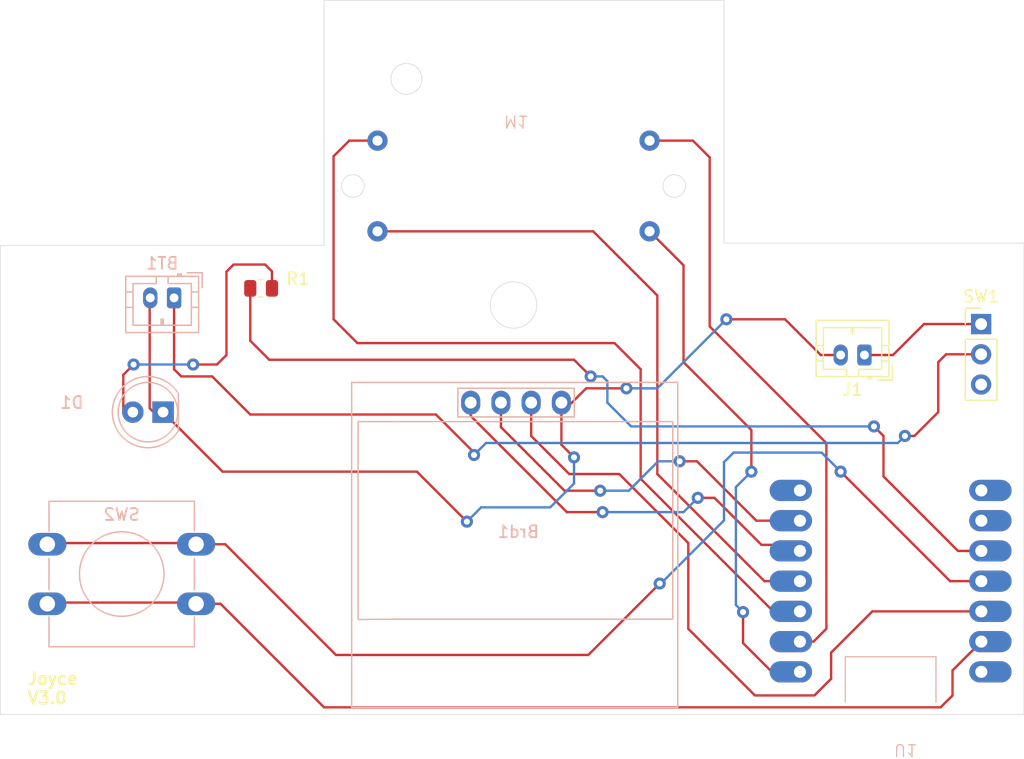
<source format=kicad_pcb>
(kicad_pcb (version 20240108) (generator "pcbnew") (generator_version "8.0")
  (title_block (title "DreamGuard-Display") (date "2025-02-27") (rev "v5") (company "Joyce Chou"))
  (layers (0 "F.Cu" signal) (31 "B.Cu" signal) (34 "B.Paste" user) (35 "F.Paste" user) (36 "B.SilkS" user "B.Silkscreen") (37 "F.SilkS" user "F.Silkscreen") (38 "B.Mask" user) (39 "F.Mask" user) (44 "Edge.Cuts" user))
  (net 0 "")
  (net 1 "Net-(D1-A)")
  (net 2 "GND")
  (net 3 "Net-(M1--)")
  (net 4 "Net-(Brd1-SDA)")
  (net 5 "Net-(BT1-+)")
  (net 6 "VCC")
  (net 7 "Net-(Brd1-SCL)")
  (net 8 "+BATT")
  (net 9 "Net-(U1-GPIO4_A3_D3)")
  (net 10 "Net-(U1-GPIO3_A2_D2)")
  (net 11 "Net-(U1-GPIO1_A0_D0)")
  (net 12 "Net-(U1-GPIO8_A9_D9_CIPO)")
  (net 14 "Net-(U1-GND)")
  (net 15 "Net-(U1-GPIO9_A10_D10_COPI)")
  (footprint "Resistor_SMD:R_0805_2012Metric" (layer "F.Cu") (at 103.9125 89.8)
    (property "Reference" "R1" (at 3.0875 -0.8 0) (layer "F.SilkS"))
    (property "Value" "130")
    (fp_line (start -0.227064 -0.735) (end 0.227064 -0.735) (stroke (width 0.12)) (layer "F.SilkS"))
    (fp_line (start -0.227064 0.735) (end 0.227064 0.735) (stroke (width 0.12)) (layer "F.SilkS"))
    (pad "1" smd roundrect (at -0.9125 0) (size 1.025 1.4) (layers "F.Cu" "F.Paste" "F.Mask") (roundrect_rratio 0.243902) (net 12 "Net-(U1-GPIO8_A9_D9_CIPO)"))
    (pad "2" smd roundrect (at 0.9125 0) (size 1.025 1.4) (layers "F.Cu" "F.Paste" "F.Mask") (roundrect_rratio 0.243902) (net 1 "Net-(D1-A)"))
  )
  (footprint "Connector_PinHeader_2.54mm:PinHeader_1x03_P2.54mm_Vertical" (layer "F.Cu") (at 164.4 92.8)
    (property "Reference" "SW1" (at 0 -2.33 0) (layer "F.SilkS"))
    (property "Value" "SW_SPDT")
    (fp_line (start -1.33 -1.33) (end 0 -1.33) (stroke (width 0.12)) (layer "F.SilkS"))
    (fp_line (start -1.33 0) (end -1.33 -1.33) (stroke (width 0.12)) (layer "F.SilkS"))
    (fp_line (start -1.33 1.27) (end -1.33 6.41) (stroke (width 0.12)) (layer "F.SilkS"))
    (fp_line (start -1.33 1.27) (end 1.33 1.27) (stroke (width 0.12)) (layer "F.SilkS"))
    (fp_line (start -1.33 6.41) (end 1.33 6.41) (stroke (width 0.12)) (layer "F.SilkS"))
    (fp_line (start 1.33 1.27) (end 1.33 6.41) (stroke (width 0.12)) (layer "F.SilkS"))
    (pad "1" thru_hole rect (at 0 0) (size 1.7 1.7) (drill 1) (layers "*.Cu" "*.Mask") (net 8 "+BATT"))
    (pad "2" thru_hole oval (at 0 2.54) (size 1.7 1.7) (drill 1) (layers "*.Cu" "*.Mask") (net 5 "Net-(BT1-+)"))
    (pad "3" thru_hole oval (at 0 5.08) (size 1.7 1.7) (drill 1) (layers "*.Cu" "*.Mask"))
  )
  (footprint "Connector_JST:JST_PH_B2B-PH-K_1x02_P2.00mm_Vertical" (layer "F.Cu") (at 154.6 95.4 180)
    (property "Reference" "J1" (at 1 -2.9 0) (layer "F.SilkS"))
    (property "Value" "Conn_01x02_Pin")
    (fp_line (start 4.06 2.91) (end 4.06 -1.81) (stroke (width 0.12)) (layer "F.SilkS"))
    (fp_line (start 4.06 0.8) (end 3.45 0.8) (stroke (width 0.12)) (layer "F.SilkS"))
    (fp_line (start 4.06 -0.5) (end 3.45 -0.5) (stroke (width 0.12)) (layer "F.SilkS"))
    (fp_line (start 4.06 -1.81) (end -2.06 -1.81) (stroke (width 0.12)) (layer "F.SilkS"))
    (fp_line (start 3.45 2.3) (end 3.45 -1.2) (stroke (width 0.12)) (layer "F.SilkS"))
    (fp_line (start 3.45 -1.2) (end 1.5 -1.2) (stroke (width 0.12)) (layer "F.SilkS"))
    (fp_line (start 1.5 -1.2) (end 1.5 -1.81) (stroke (width 0.12)) (layer "F.SilkS"))
    (fp_line (start 1.1 1.8) (end 1.1 2.3) (stroke (width 0.12)) (layer "F.SilkS"))
    (fp_line (start 1 2.3) (end 1 1.8) (stroke (width 0.12)) (layer "F.SilkS"))
    (fp_line (start 0.9 2.3) (end 0.9 1.8) (stroke (width 0.12)) (layer "F.SilkS"))
    (fp_line (start 0.9 1.8) (end 1.1 1.8) (stroke (width 0.12)) (layer "F.SilkS"))
    (fp_line (start 0.5 -1.2) (end -1.45 -1.2) (stroke (width 0.12)) (layer "F.SilkS"))
    (fp_line (start 0.5 -1.81) (end 0.5 -1.2) (stroke (width 0.12)) (layer "F.SilkS"))
    (fp_line (start -0.3 -1.81) (end -0.3 -2.01) (stroke (width 0.12)) (layer "F.SilkS"))
    (fp_line (start -0.3 -1.91) (end -0.6 -1.91) (stroke (width 0.12)) (layer "F.SilkS"))
    (fp_line (start -0.3 -2.01) (end -0.6 -2.01) (stroke (width 0.12)) (layer "F.SilkS"))
    (fp_line (start -0.6 -2.01) (end -0.6 -1.81) (stroke (width 0.12)) (layer "F.SilkS"))
    (fp_line (start -1.11 -2.11) (end -2.36 -2.11) (stroke (width 0.12)) (layer "F.SilkS"))
    (fp_line (start -1.45 2.3) (end 3.45 2.3) (stroke (width 0.12)) (layer "F.SilkS"))
    (fp_line (start -1.45 -1.2) (end -1.45 2.3) (stroke (width 0.12)) (layer "F.SilkS"))
    (fp_line (start -2.06 2.91) (end 4.06 2.91) (stroke (width 0.12)) (layer "F.SilkS"))
    (fp_line (start -2.06 0.8) (end -1.45 0.8) (stroke (width 0.12)) (layer "F.SilkS"))
    (fp_line (start -2.06 -0.5) (end -1.45 -0.5) (stroke (width 0.12)) (layer "F.SilkS"))
    (fp_line (start -2.06 -1.81) (end -2.06 2.91) (stroke (width 0.12)) (layer "F.SilkS"))
    (fp_line (start -2.36 -2.11) (end -2.36 -0.86) (stroke (width 0.12)) (layer "F.SilkS"))
    (pad "1" thru_hole roundrect (at 0 0 180) (size 1.2 1.75) (drill 0.75) (layers "*.Cu" "*.Mask") (roundrect_rratio 0.208333) (net 8 "+BATT"))
    (pad "2" thru_hole oval (at 2 0 180) (size 1.2 1.75) (drill 0.75) (layers "*.Cu" "*.Mask") (net 2 "GND"))
  )
  (footprint "xiao:XIAO_ESP32_SENSE" (layer "B.Cu") (at 156.8 114.4)
    (property "Reference" "U1" (at 1.27 14.2 180) (layer "B.SilkS") (effects (font (thickness 0.1)) (justify mirror)))
    (property "Value" "~")
    (fp_line (start -3.81 6.35) (end -3.81 10.16) (stroke (width 0.1)) (layer "B.SilkS"))
    (fp_line (start 3.81 6.35) (end -3.81 6.35) (stroke (width 0.1)) (layer "B.SilkS"))
    (fp_line (start 3.81 10.16) (end 3.81 6.35) (stroke (width 0.1)) (layer "B.SilkS"))
    (pad "1" thru_hole oval (at -7.62 7.62) (size 3.556 1.778) (drill 1.016 (offset -0.762 0)) (layers "*.Cu" "*.Mask") (net 11 "Net-(U1-GPIO1_A0_D0)"))
    (pad "2" thru_hole oval (at -7.62 5.08) (size 3.556 1.778) (drill 1.016 (offset -0.762 0)) (layers "*.Cu" "*.Mask") (net 3 "Net-(M1--)"))
    (pad "3" thru_hole oval (at -7.62 2.54) (size 3.556 1.778) (drill 1.016 (offset -0.762 0)) (layers "*.Cu" "*.Mask") (net 10 "Net-(U1-GPIO3_A2_D2)"))
    (pad "4" thru_hole oval (at -7.62 0) (size 3.556 1.778) (drill 1.016 (offset -0.762 0)) (layers "*.Cu" "*.Mask") (net 9 "Net-(U1-GPIO4_A3_D3)"))
    (pad "5" thru_hole oval (at -7.62 -2.54) (size 3.556 1.778) (drill 1.016 (offset -0.762 0)) (layers "*.Cu" "*.Mask") (net 4 "Net-(Brd1-SDA)"))
    (pad "6" thru_hole oval (at -7.62 -5.08) (size 3.556 1.778) (drill 1.016 (offset -0.762 0)) (layers "*.Cu" "*.Mask") (net 7 "Net-(Brd1-SCL)"))
    (pad "7" thru_hole oval (at -7.62 -7.62) (size 3.556 1.778) (drill 1.016 (offset -0.762 0)) (layers "*.Cu" "*.Mask"))
    (pad "8" thru_hole oval (at 7.62 7.62) (size 3.556 1.778) (drill 1.016 (offset 0.762 0)) (layers "*.Cu" "*.Mask"))
    (pad "9" thru_hole oval (at 7.62 5.08) (size 3.556 1.778) (drill 1.016 (offset 0.762 0)) (layers "*.Cu" "*.Mask") (net 14 "Net-(U1-GND)"))
    (pad "10" thru_hole oval (at 7.62 2.54) (size 3.556 1.778) (drill 1.016 (offset 0.762 0)) (layers "*.Cu" "*.Mask") (net 6 "VCC"))
    (pad "11" thru_hole oval (at 7.62 0) (size 3.556 1.778) (drill 1.016 (offset 0.762 0)) (layers "*.Cu" "*.Mask") (net 15 "Net-(U1-GPIO9_A10_D10_COPI)"))
    (pad "12" thru_hole oval (at 7.62 -2.54) (size 3.556 1.778) (drill 1.016 (offset 0.762 0)) (layers "*.Cu" "*.Mask") (net 12 "Net-(U1-GPIO8_A9_D9_CIPO)"))
    (pad "13" thru_hole oval (at 7.62 -5.08) (size 3.556 1.778) (drill 1.016 (offset 0.762 0)) (layers "*.Cu" "*.Mask"))
    (pad "14" thru_hole oval (at 7.62 -7.62) (size 3.556 1.778) (drill 1.016 (offset 0.762 0)) (layers "*.Cu" "*.Mask"))
  )
  (footprint "LED_THT:LED_D5.0mm" (layer "B.Cu") (at 95.675 100.2 180)
    (property "Reference" "D1" (at 7.675 0.8 0) (layer "B.SilkS") (effects (justify mirror)))
    (property "Value" "LED")
    (fp_line (start -1.29 -1.545) (end -1.29 1.545) (stroke (width 0.12)) (layer "B.SilkS"))
    (fp_arc (start 4.26 0.000048) (mid 2.071756 2.880501) (end -1.29 1.54483) (stroke (width 0.12)) (layer "B.SilkS"))
    (fp_arc (start -1.29 -1.54483) (mid 2.071756 -2.880501) (end 4.26 -0.000048) (stroke (width 0.12)) (layer "B.SilkS"))
    (fp_circle (center 1.27 0) (end 3.77 0) (stroke (width 0.12)) (fill none) (layer "B.SilkS"))
    (pad "1" thru_hole rect (at 0 0 180) (size 1.8 1.8) (drill 0.9) (layers "*.Cu" "*.Mask") (net 2 "GND"))
    (pad "2" thru_hole circle (at 2.54 0 180) (size 1.8 1.8) (drill 0.9) (layers "*.Cu" "*.Mask") (net 1 "Net-(D1-A)"))
  )
  (footprint "ssd1306:128x64OLED" (layer "B.Cu") (at 125.52 110 180)
    (property "Reference" "Brd1" (at 0 -0.254 0) (layer "B.SilkS") (effects (justify mirror)))
    (property "Value" "SSD1306" (hide yes))
    (fp_line (start 14 12.3) (end -13.4 12.3) (stroke (width 0.12)) (layer "B.SilkS"))
    (fp_line (start 14 -15) (end 14 12.3) (stroke (width 0.12)) (layer "B.SilkS"))
    (fp_line (start 13.462 9.017) (end 13.462 -7.62) (stroke (width 0.12)) (layer "B.SilkS"))
    (fp_line (start 13.462 -7.62) (end 10.122 -7.595) (stroke (width 0.12)) (layer "B.SilkS"))
    (fp_line (start 13.208 9.005) (end 13.462 9.017) (stroke (width 0.12)) (layer "B.SilkS"))
    (fp_line (start 13.208 9.005) (end 10.122 9.005) (stroke (width 0.12)) (layer "B.SilkS"))
    (fp_line (start 10.122 9.005) (end -12.978 9.005) (stroke (width 0.12)) (layer "B.SilkS"))
    (fp_line (start 5.08 11.811) (end -4.699 11.811) (stroke (width 0.12)) (layer "B.SilkS"))
    (fp_line (start 5.08 9.398) (end 5.08 11.811) (stroke (width 0.12)) (layer "B.SilkS"))
    (fp_line (start -4.699 9.398) (end 5.08 9.398) (stroke (width 0.12)) (layer "B.SilkS"))
    (fp_line (start -4.699 9.398) (end -4.699 11.811) (stroke (width 0.12)) (layer "B.SilkS"))
    (fp_line (start -12.978 9.005) (end -12.978 -7.595) (stroke (width 0.12)) (layer "B.SilkS"))
    (fp_line (start -12.978 -7.595) (end 10.122 -7.595) (stroke (width 0.12)) (layer "B.SilkS"))
    (fp_line (start -13.4 12.3) (end -13.4 -15) (stroke (width 0.12)) (layer "B.SilkS"))
    (fp_line (start -13.4 -15) (end 14 -15) (stroke (width 0.12)) (layer "B.SilkS"))
    (pad "1" thru_hole oval (at -3.62 10.6 90) (size 2 1.6) (drill 1) (layers "*.Cu" "*.Mask") (net 2 "GND"))
    (pad "2" thru_hole oval (at -1.08 10.6 90) (size 2 1.6) (drill 1) (layers "*.Cu" "*.Mask") (net 6 "VCC"))
    (pad "3" thru_hole oval (at 1.46 10.6 90) (size 2 1.6) (drill 1) (layers "*.Cu" "*.Mask") (net 7 "Net-(Brd1-SCL)"))
    (pad "4" thru_hole oval (at 4 10.6 90) (size 2 1.6) (drill 1) (layers "*.Cu" "*.Mask") (net 4 "Net-(Brd1-SDA)"))
  )
  (footprint "Connector_JST:JST_PH_B2B-PH-K_1x02_P2.00mm_Vertical" (layer "B.Cu") (at 96.6 90.6 180)
    (property "Reference" "BT1" (at 1 2.9 0) (layer "B.SilkS") (effects (justify mirror)))
    (property "Value" "Battery_Cell")
    (fp_line (start 4.06 1.81) (end 4.06 -2.91) (stroke (width 0.12)) (layer "B.SilkS"))
    (fp_line (start 4.06 -2.91) (end -2.06 -2.91) (stroke (width 0.12)) (layer "B.SilkS"))
    (fp_line (start 3.45 1.2) (end 3.45 -2.3) (stroke (width 0.12)) (layer "B.SilkS"))
    (fp_line (start 3.45 0.5) (end 4.06 0.5) (stroke (width 0.12)) (layer "B.SilkS"))
    (fp_line (start 3.45 -0.8) (end 4.06 -0.8) (stroke (width 0.12)) (layer "B.SilkS"))
    (fp_line (start 3.45 -2.3) (end -1.45 -2.3) (stroke (width 0.12)) (layer "B.SilkS"))
    (fp_line (start 1.5 1.81) (end 1.5 1.2) (stroke (width 0.12)) (layer "B.SilkS"))
    (fp_line (start 1.5 1.2) (end 3.45 1.2) (stroke (width 0.12)) (layer "B.SilkS"))
    (fp_line (start 1.1 -1.8) (end 0.9 -1.8) (stroke (width 0.12)) (layer "B.SilkS"))
    (fp_line (start 1.1 -2.3) (end 1.1 -1.8) (stroke (width 0.12)) (layer "B.SilkS"))
    (fp_line (start 1 -1.8) (end 1 -2.3) (stroke (width 0.12)) (layer "B.SilkS"))
    (fp_line (start 0.9 -1.8) (end 0.9 -2.3) (stroke (width 0.12)) (layer "B.SilkS"))
    (fp_line (start 0.5 1.2) (end 0.5 1.81) (stroke (width 0.12)) (layer "B.SilkS"))
    (fp_line (start -0.3 2.01) (end -0.3 1.81) (stroke (width 0.12)) (layer "B.SilkS"))
    (fp_line (start -0.6 2.01) (end -0.3 2.01) (stroke (width 0.12)) (layer "B.SilkS"))
    (fp_line (start -0.6 1.91) (end -0.3 1.91) (stroke (width 0.12)) (layer "B.SilkS"))
    (fp_line (start -0.6 1.81) (end -0.6 2.01) (stroke (width 0.12)) (layer "B.SilkS"))
    (fp_line (start -1.45 1.2) (end 0.5 1.2) (stroke (width 0.12)) (layer "B.SilkS"))
    (fp_line (start -1.45 0.5) (end -2.06 0.5) (stroke (width 0.12)) (layer "B.SilkS"))
    (fp_line (start -1.45 -0.8) (end -2.06 -0.8) (stroke (width 0.12)) (layer "B.SilkS"))
    (fp_line (start -1.45 -2.3) (end -1.45 1.2) (stroke (width 0.12)) (layer "B.SilkS"))
    (fp_line (start -2.06 1.81) (end 4.06 1.81) (stroke (width 0.12)) (layer "B.SilkS"))
    (fp_line (start -2.06 -2.91) (end -2.06 1.81) (stroke (width 0.12)) (layer "B.SilkS"))
    (fp_line (start -2.36 2.11) (end -1.11 2.11) (stroke (width 0.12)) (layer "B.SilkS"))
    (fp_line (start -2.36 0.86) (end -2.36 2.11) (stroke (width 0.12)) (layer "B.SilkS"))
    (pad "1" thru_hole roundrect (at 0 0 180) (size 1.2 1.75) (drill 0.75) (layers "*.Cu" "*.Mask") (roundrect_rratio 0.208333) (net 5 "Net-(BT1-+)"))
    (pad "2" thru_hole oval (at 2 0 180) (size 1.2 1.75) (drill 0.75) (layers "*.Cu" "*.Mask") (net 2 "GND"))
  )
  (footprint "x27:x27_stepper" (layer "B.Cu") (at 127.66 71.04)
    (property "Reference" "M1" (at -2.31 4.75 180) (layer "B.SilkS") (effects (font (thickness 0.1)) (justify mirror)))
    (property "Value" "Stepper_Motor_bipolar")
    (fp_circle (center -16.04 10.16) (end -15.09 10.16) (stroke (width 0.05)) (fill none) (layer "Edge.Cuts"))
    (fp_circle (center -11.54 1.16) (end -10.24 1.16) (stroke (width 0.05)) (fill none) (layer "Edge.Cuts"))
    (fp_circle (center -2.54 20.16) (end -0.59 20.16) (stroke (width 0.05)) (fill none) (layer "Edge.Cuts"))
    (fp_circle (center 10.96 10.16) (end 11.91 10.16) (stroke (width 0.05)) (fill none) (layer "Edge.Cuts"))
    (pad "1" thru_hole circle (at 8.89 13.97) (size 1.7 1.7) (drill 0.85) (layers "*.Cu" "*.Mask") (net 11 "Net-(U1-GPIO1_A0_D0)"))
    (pad "2" thru_hole circle (at 8.89 6.35) (size 1.7 1.7) (drill 0.85) (layers "*.Cu" "*.Mask") (net 3 "Net-(M1--)"))
    (pad "3" thru_hole circle (at -13.97 6.35) (size 1.7 1.7) (drill 0.85) (layers "*.Cu" "*.Mask") (net 10 "Net-(U1-GPIO3_A2_D2)"))
    (pad "4" thru_hole circle (at -13.97 13.97) (size 1.7 1.7) (drill 0.85) (layers "*.Cu" "*.Mask") (net 9 "Net-(U1-GPIO4_A3_D3)"))
  )
  (footprint "Button_Switch_THT:SW_PUSH-12mm" (layer "B.Cu") (at 98.45 111.3 180)
    (property "Reference" "SW2" (at 6.25 2.5 0) (layer "B.SilkS") (effects (justify mirror)))
    (property "Value" "SW_Push")
    (fp_line (start 12.36 3.61) (end 0.14 3.61) (stroke (width 0.12)) (layer "B.SilkS"))
    (fp_line (start 12.36 1.1) (end 12.36 3.61) (stroke (width 0.12)) (layer "B.SilkS"))
    (fp_line (start 12.36 -3.8) (end 12.36 -1.2) (stroke (width 0.12)) (layer "B.SilkS"))
    (fp_line (start 12.36 -8.61) (end 12.36 -6.1) (stroke (width 0.12)) (layer "B.SilkS"))
    (fp_line (start 0.14 1.1) (end 0.14 3.61) (stroke (width 0.12)) (layer "B.SilkS"))
    (fp_line (start 0.14 -3.8) (end 0.14 -1.2) (stroke (width 0.12)) (layer "B.SilkS"))
    (fp_line (start 0.14 -8.61) (end 12.36 -8.61) (stroke (width 0.12)) (layer "B.SilkS"))
    (fp_line (start 0.14 -8.61) (end 0.14 -6.1) (stroke (width 0.12)) (layer "B.SilkS"))
    (fp_circle (center 6.25 -2.5) (end 9.8 -2.5) (stroke (width 0.12)) (fill none) (layer "B.SilkS"))
    (pad "1" thru_hole oval (at 0 0 180) (size 3.2 1.9) (drill 1.3) (layers "*.Cu" "*.Mask") (net 15 "Net-(U1-GPIO9_A10_D10_COPI)"))
    (pad "1" thru_hole oval (at 12.5 0 180) (size 3.2 1.9) (drill 1.3) (layers "*.Cu" "*.Mask") (net 15 "Net-(U1-GPIO9_A10_D10_COPI)"))
    (pad "2" thru_hole oval (at 0 -5 180) (size 3.2 1.9) (drill 1.3) (layers "*.Cu" "*.Mask") (net 14 "Net-(U1-GND)"))
    (pad "2" thru_hole oval (at 12.5 -5 180) (size 3.2 1.9) (drill 1.3) (layers "*.Cu" "*.Mask") (net 14 "Net-(U1-GND)"))
  )
  (gr_line (start 168 125.6) (end 82 125.6) (stroke (width 0.05)) (layer "Edge.Cuts"))
  (gr_line (start 142.8 86) (end 168 86) (stroke (width 0.05)) (layer "Edge.Cuts"))
  (gr_line (start 142.8 65.6) (end 142.8 86) (stroke (width 0.05)) (layer "Edge.Cuts"))
  (gr_line (start 168 86) (end 168 125.6) (stroke (width 0.05)) (layer "Edge.Cuts"))
  (gr_line (start 82 86.2) (end 109.2 86.2) (stroke (width 0.05)) (layer "Edge.Cuts"))
  (gr_line (start 109.2 65.6) (end 142.8 65.6) (stroke (width 0.05)) (layer "Edge.Cuts"))
  (gr_line (start 82 125.6) (end 82 86.2) (stroke (width 0.05)) (layer "Edge.Cuts"))
  (gr_line (start 109.2 86.2) (end 109.2 65.6) (stroke (width 0.05)) (layer "Edge.Cuts"))
  (gr_text "Joyce\nV3.0" (at 84.2 124.8 0) (layer "F.SilkS") (effects (font (size 1 1) (thickness 0.2) (bold yes)) (justify left bottom)))
  (segment (start 92.335 97.065) (end 93.2 96.2) (width 0.2) (layer "F.Cu") (net 1))
  (segment (start 101.6 87.8) (end 104.25 87.8) (width 0.2) (layer "F.Cu") (net 1))
  (segment (start 101 88.4) (end 101.6 87.8) (width 0.2) (layer "F.Cu") (net 1))
  (segment (start 104.25 87.8) (end 104.825 88.375) (width 0.2) (layer "F.Cu") (net 1))
  (segment (start 101 95.4) (end 101 88.4) (width 0.2) (layer "F.Cu") (net 1))
  (segment (start 100.2 96.2) (end 101 95.4) (width 0.2) (layer "F.Cu") (net 1))
  (segment (start 92.335 100.2) (end 92.335 97.065) (width 0.2) (layer "F.Cu") (net 1))
  (segment (start 104.825 88.375) (end 104.825 89.8) (width 0.2) (layer "F.Cu") (net 1))
  (segment (start 98.2 96.2) (end 100.2 96.2) (width 0.2) (layer "F.Cu") (net 1))
  (via (at 98.2 96.2) (size 1.016) (drill 0.508) (layers "F.Cu" "B.Cu") (net 1))
  (via (at 93.2 96.2) (size 1.016) (drill 0.508) (layers "F.Cu" "B.Cu") (net 1))
  (segment (start 98.2 96.2) (end 93.2 96.2) (width 0.2) (layer "B.Cu") (net 1))
  (segment (start 150.9275 95.4) (end 147.9275 92.4) (width 0.2) (layer "F.Cu") (net 2))
  (segment (start 131.22 98.2) (end 134.6 98.2) (width 0.2) (layer "F.Cu") (net 2))
  (segment (start 117 105.2) (end 100.675 105.2) (width 0.2) (layer "F.Cu") (net 2))
  (segment (start 94.55 90.65) (end 94.55 99.875) (width 0.2) (layer "F.Cu") (net 2))
  (segment (start 129.42 100) (end 131.22 98.2) (width 0.2) (layer "F.Cu") (net 2))
  (segment (start 130.2 104) (end 129.14 102.94) (width 0.2) (layer "F.Cu") (net 2))
  (segment (start 147.9275 92.4) (end 143 92.4) (width 0.2) (layer "F.Cu") (net 2))
  (segment (start 152.6 95.4) (end 150.9275 95.4) (width 0.2) (layer "F.Cu") (net 2))
  (segment (start 94.6 90.6) (end 94.55 90.65) (width 0.2) (layer "F.Cu") (net 2))
  (segment (start 121.2 109.4) (end 117 105.2) (width 0.2) (layer "F.Cu") (net 2))
  (segment (start 94.55 99.875) (end 94.875 100.2) (width 0.2) (layer "F.Cu") (net 2))
  (segment (start 100.675 105.2) (end 95.675 100.2) (width 0.2) (layer "F.Cu") (net 2))
  (segment (start 129.14 102.94) (end 129.14 99.4) (width 0.2) (layer "F.Cu") (net 2))
  (via (at 130.2 104) (size 1.016) (drill 0.508) (layers "F.Cu" "B.Cu") (net 2))
  (via (at 143 92.4) (size 1.016) (drill 0.508) (layers "F.Cu" "B.Cu") (net 2))
  (via (at 134.6 98.2) (size 1.016) (drill 0.508) (layers "F.Cu" "B.Cu") (net 2))
  (via (at 121.2 109.4) (size 1.016) (drill 0.508) (layers "F.Cu" "B.Cu") (net 2))
  (segment (start 130.2 104) (end 130.2 106.2) (width 0.2) (layer "B.Cu") (net 2))
  (segment (start 137.2 98.2) (end 143 92.4) (width 0.2) (layer "B.Cu") (net 2))
  (segment (start 134.6 98.2) (end 137.2 98.2) (width 0.2) (layer "B.Cu") (net 2))
  (segment (start 130.2 106.2) (end 128.2 108.2) (width 0.2) (layer "B.Cu") (net 2))
  (segment (start 143 92.6) (end 143 92.4) (width 0.2) (layer "B.Cu") (net 2))
  (segment (start 128.2 108.2) (end 122.4 108.2) (width 0.2) (layer "B.Cu") (net 2))
  (segment (start 122.4 108.2) (end 121.2 109.4) (width 0.2) (layer "B.Cu") (net 2))
  (segment (start 136.55 77.39) (end 140.19 77.39) (width 0.2) (layer "F.Cu") (net 3))
  (segment (start 140.19 77.39) (end 141.6 78.8) (width 0.2) (layer "F.Cu") (net 3))
  (segment (start 151.4 102.8) (end 151.4 118.4) (width 0.2) (layer "F.Cu") (net 3))
  (segment (start 141.6 93) (end 151.4 102.8) (width 0.2) (layer "F.Cu") (net 3))
  (segment (start 151.4 118.4) (end 150.32 119.48) (width 0.2) (layer "F.Cu") (net 3))
  (segment (start 150.32 119.48) (end 149.18 119.48) (width 0.2) (layer "F.Cu") (net 3))
  (segment (start 141.6 78.8) (end 141.6 93) (width 0.2) (layer "F.Cu") (net 3))
  (segment (start 145.9495 111.3495) (end 148.6695 111.3495) (width 0.2) (layer "F.Cu") (net 4))
  (segment (start 140.6 107.4) (end 142 107.4) (width 0.2) (layer "F.Cu") (net 4))
  (segment (start 129.6 108.6) (end 132.6 108.6) (width 0.2) (layer "F.Cu") (net 4))
  (segment (start 142 107.4) (end 145.9495 111.3495) (width 0.2) (layer "F.Cu") (net 4))
  (segment (start 121.8 99.4) (end 121.52 99.68) (width 0.2) (layer "F.Cu") (net 4))
  (segment (start 121.52 100.52) (end 129.6 108.6) (width 0.2) (layer "F.Cu") (net 4))
  (segment (start 121.52 99.4) (end 121.52 100.52) (width 0.2) (layer "F.Cu") (net 4))
  (segment (start 148.6695 111.3495) (end 149.18 111.86) (width 0.2) (layer "F.Cu") (net 4))
  (via (at 140.6 107.4) (size 1.016) (drill 0.508) (layers "F.Cu" "B.Cu") (net 4))
  (via (at 132.6 108.6) (size 1.016) (drill 0.508) (layers "F.Cu" "B.Cu") (net 4))
  (segment (start 140.6 107.4) (end 139.4 108.6) (width 0.2) (layer "B.Cu") (net 4))
  (segment (start 139.4 108.6) (end 132.6 108.6) (width 0.2) (layer "B.Cu") (net 4))
  (segment (start 158 102.2) (end 158.8 102.2) (width 0.2) (layer "F.Cu") (net 5))
  (segment (start 161.46 95.34) (end 164.4 95.34) (width 0.2) (layer "F.Cu") (net 5))
  (segment (start 160.8 100.2) (end 160.8 96) (width 0.2) (layer "F.Cu") (net 5))
  (segment (start 160.8 96) (end 161.46 95.34) (width 0.2) (layer "F.Cu") (net 5))
  (segment (start 118.6 100.4) (end 103 100.4) (width 0.2) (layer "F.Cu") (net 5))
  (segment (start 121.8 103.8) (end 121.8 103.6) (width 0.2) (layer "F.Cu") (net 5))
  (segment (start 97.2 97.2) (end 96.6 96.6) (width 0.2) (layer "F.Cu") (net 5))
  (segment (start 121.8 103.6) (end 118.6 100.4) (width 0.2) (layer "F.Cu") (net 5))
  (segment (start 158.8 102.2) (end 160.8 100.2) (width 0.2) (layer "F.Cu") (net 5))
  (segment (start 103 100.4) (end 99.8 97.2) (width 0.2) (layer "F.Cu") (net 5))
  (segment (start 96.6 96.6) (end 96.6 90.6) (width 0.2) (layer "F.Cu") (net 5))
  (segment (start 99.8 97.2) (end 97.2 97.2) (width 0.2) (layer "F.Cu") (net 5))
  (via (at 158 102.2) (size 1.016) (drill 0.508) (layers "F.Cu" "B.Cu") (net 5))
  (via (at 121.8 103.8) (size 1.016) (drill 0.508) (layers "F.Cu" "B.Cu") (net 5))
  (segment (start 122.808 102.792) (end 157.408 102.792) (width 0.2) (layer "B.Cu") (net 5))
  (segment (start 157.408 102.792) (end 158 102.2) (width 0.2) (layer "B.Cu") (net 5))
  (segment (start 121.8 103.8) (end 122.808 102.792) (width 0.2) (layer "B.Cu") (net 5))
  (segment (start 151.8 122.6) (end 151.8 120.4) (width 0.2) (layer "F.Cu") (net 6))
  (segment (start 145.4 124) (end 150.4 124) (width 0.2) (layer "F.Cu") (net 6))
  (segment (start 134 105.4) (end 139.8 111.2) (width 0.2) (layer "F.Cu") (net 6))
  (segment (start 139.8 111.2) (end 139.8 118.4) (width 0.2) (layer "F.Cu") (net 6))
  (segment (start 126.6 99.4) (end 126.6 102.2) (width 0.2) (layer "F.Cu") (net 6))
  (segment (start 126.6 102.2) (end 129.8 105.4) (width 0.2) (layer "F.Cu") (net 6))
  (segment (start 139.8 118.4) (end 145.4 124) (width 0.2) (layer "F.Cu") (net 6))
  (segment (start 151.8 120.4) (end 155.26 116.94) (width 0.2) (layer "F.Cu") (net 6))
  (segment (start 150.4 124) (end 151.8 122.6) (width 0.2) (layer "F.Cu") (net 6))
  (segment (start 155.26 116.94) (end 164.42 116.94) (width 0.2) (layer "F.Cu") (net 6))
  (segment (start 129.8 105.4) (end 134 105.4) (width 0.2) (layer "F.Cu") (net 6))
  (segment (start 145.52 109.32) (end 149.18 109.32) (width 0.2) (layer "F.Cu") (net 7))
  (segment (start 149.18 109.32) (end 149.58 108.92) (width 0.2) (layer "F.Cu") (net 7))
  (segment (start 140.528657 104.328657) (end 145.52 109.32) (width 0.2) (layer "F.Cu") (net 7))
  (segment (start 129.4 106.8) (end 124.06 101.46) (width 0.2) (layer "F.Cu") (net 7))
  (segment (start 124.06 101.46) (end 124.06 99.4) (width 0.2) (layer "F.Cu") (net 7))
  (segment (start 139.071343 104.328657) (end 140.528657 104.328657) (width 0.2) (layer "F.Cu") (net 7))
  (segment (start 132.4 106.8) (end 129.4 106.8) (width 0.2) (layer "F.Cu") (net 7))
  (via (at 139.071343 104.328657) (size 1.016) (drill 0.508) (layers "F.Cu" "B.Cu") (net 7))
  (via (at 132.4 106.8) (size 1.016) (drill 0.508) (layers "F.Cu" "B.Cu") (net 7))
  (segment (start 134.8 106.8) (end 137.271343 104.328657) (width 0.2) (layer "B.Cu") (net 7))
  (segment (start 137.271343 104.328657) (end 139.071343 104.328657) (width 0.2) (layer "B.Cu") (net 7))
  (segment (start 132.4 106.8) (end 134.8 106.8) (width 0.2) (layer "B.Cu") (net 7))
  (segment (start 157 95.4) (end 159.6 92.8) (width 0.2) (layer "F.Cu") (net 8))
  (segment (start 159.6 92.8) (end 164.4 92.8) (width 0.2) (layer "F.Cu") (net 8))
  (segment (start 154.6 95.4) (end 157 95.4) (width 0.2) (layer "F.Cu") (net 8))
  (segment (start 113.97 85.01) (end 131.81 85.01) (width 0.2) (layer "F.Cu") (net 9))
  (segment (start 146.2 114.4) (end 149.18 114.4) (width 0.2) (layer "F.Cu") (net 9))
  (segment (start 137.2 105.4) (end 146.2 114.4) (width 0.2) (layer "F.Cu") (net 9))
  (segment (start 137.2 90.4) (end 137.2 105.4) (width 0.2) (layer "F.Cu") (net 9))
  (segment (start 131.81 85.01) (end 137.2 90.4) (width 0.2) (layer "F.Cu") (net 9))
  (segment (start 135.8 105.8) (end 146.94 116.94) (width 0.2) (layer "F.Cu") (net 10))
  (segment (start 111.316865 77.39) (end 110 78.706865) (width 0.2) (layer "F.Cu") (net 10))
  (segment (start 133.6 94.4) (end 135.8 96.6) (width 0.2) (layer "F.Cu") (net 10))
  (segment (start 110 78.706865) (end 110 92.4) (width 0.2) (layer "F.Cu") (net 10))
  (segment (start 146.94 116.94) (end 149.18 116.94) (width 0.2) (layer "F.Cu") (net 10))
  (segment (start 113.69 77.39) (end 111.316865 77.39) (width 0.2) (layer "F.Cu") (net 10))
  (segment (start 112 94.4) (end 133.6 94.4) (width 0.2) (layer "F.Cu") (net 10))
  (segment (start 135.8 96.6) (end 135.8 105.8) (width 0.2) (layer "F.Cu") (net 10))
  (segment (start 110 92.4) (end 112 94.4) (width 0.2) (layer "F.Cu") (net 10))
  (segment (start 149.18 122.02) (end 146.82 122.02) (width 0.2) (layer "F.Cu") (net 11))
  (segment (start 146.82 122.02) (end 144.4 119.6) (width 0.2) (layer "F.Cu") (net 11))
  (segment (start 144.4 119.6) (end 144.4 117) (width 0.2) (layer "F.Cu") (net 11))
  (segment (start 145.1 101.7) (end 145.1 105.2) (width 0.2) (layer "F.Cu") (net 11))
  (segment (start 136.83 85.01) (end 136.83 85.29) (width 0.2) (layer "F.Cu") (net 11))
  (segment (start 136.83 85.29) (end 139.4 87.86) (width 0.2) (layer "F.Cu") (net 11))
  (segment (start 139.4 96) (end 145.1 101.7) (width 0.2) (layer "F.Cu") (net 11))
  (segment (start 139.4 87.86) (end 139.4 96) (width 0.2) (layer "F.Cu") (net 11))
  (via (at 144.4 117) (size 1.016) (drill 0.508) (layers "F.Cu" "B.Cu") (net 11))
  (via (at 145.1 105.2) (size 1.016) (drill 0.508) (layers "F.Cu" "B.Cu") (net 11))
  (segment (start 143.8 106.5) (end 143.8 116.4) (width 0.2) (layer "B.Cu") (net 11))
  (segment (start 143.8 116.4) (end 144.4 117) (width 0.2) (layer "B.Cu") (net 11))
  (segment (start 145.1 105.2) (end 143.8 106.5) (width 0.2) (layer "B.Cu") (net 11))
  (segment (start 130.2 95.8) (end 131.6 97.2) (width 0.2) (layer "F.Cu") (net 12))
  (segment (start 103 94.2) (end 104.6 95.8) (width 0.2) (layer "F.Cu") (net 12))
  (segment (start 104.6 95.8) (end 130.2 95.8) (width 0.2) (layer "F.Cu") (net 12))
  (segment (start 156.2 102.2) (end 156.2 105.6) (width 0.2) (layer "F.Cu") (net 12))
  (segment (start 156.2 105.6) (end 162.46 111.86) (width 0.2) (layer "F.Cu") (net 12))
  (segment (start 162.46 111.86) (end 164.42 111.86) (width 0.2) (layer "F.Cu") (net 12))
  (segment (start 102.6 90.2) (end 103 89.8) (width 0.2) (layer "F.Cu") (net 12))
  (segment (start 103 89.8) (end 103 94.2) (width 0.2) (layer "F.Cu") (net 12))
  (segment (start 155.4 101.4) (end 156.2 102.2) (width 0.2) (layer "F.Cu") (net 12))
  (via (at 131.6 97.2) (size 1.016) (drill 0.508) (layers "F.Cu" "B.Cu") (net 12))
  (via (at 155.4 101.4) (size 1.016) (drill 0.508) (layers "F.Cu" "B.Cu") (net 12))
  (segment (start 135 101.4) (end 133 99.4) (width 0.2) (layer "B.Cu") (net 12))
  (segment (start 133 99.4) (end 133 97.6) (width 0.2) (layer "B.Cu") (net 12))
  (segment (start 155.4 101.4) (end 135 101.4) (width 0.2) (layer "B.Cu") (net 12))
  (segment (start 132.6 97.2) (end 131.6 97.2) (width 0.2) (layer "B.Cu") (net 12))
  (segment (start 133 97.6) (end 132.6 97.2) (width 0.2) (layer "B.Cu") (net 12))
  (segment (start 100.5 116.3) (end 109.2 125) (width 0.2) (layer "F.Cu") (net 14))
  (segment (start 109.2 125) (end 161 125) (width 0.2) (layer "F.Cu") (net 14))
  (segment (start 162 121.9) (end 164.42 119.48) (width 0.2) (layer "F.Cu") (net 14))
  (segment (start 162 124) (end 162 121.9) (width 0.2) (layer "F.Cu") (net 14))
  (segment (start 86.05 116.2) (end 97.55 116.2) (width 0.2) (layer "F.Cu") (net 14))
  (segment (start 85.15 117.1) (end 86.05 116.2) (width 0.2) (layer "F.Cu") (net 14))
  (segment (start 97.55 116.2) (end 97.65 116.3) (width 0.2) (layer "F.Cu") (net 14))
  (segment (start 161 125) (end 162 124) (width 0.2) (layer "F.Cu") (net 14))
  (segment (start 97.65 116.3) (end 100.5 116.3) (width 0.2) (layer "F.Cu") (net 14))
  (segment (start 85.25 111.2) (end 97.55 111.2) (width 0.2) (layer "F.Cu") (net 15))
  (segment (start 97.65 111.3) (end 100.9 111.3) (width 0.2) (layer "F.Cu") (net 15))
  (segment (start 100.9 111.3) (end 110.2 120.6) (width 0.2) (layer "F.Cu") (net 15))
  (segment (start 97.55 111.2) (end 97.65 111.3) (width 0.2) (layer "F.Cu") (net 15))
  (segment (start 164.42 114.4) (end 161.8 114.4) (width 0.2) (layer "F.Cu") (net 15))
  (segment (start 110.2 120.6) (end 131.4 120.6) (width 0.2) (layer "F.Cu") (net 15))
  (segment (start 85.15 111.3) (end 85.25 111.2) (width 0.2) (layer "F.Cu") (net 15))
  (segment (start 131.4 120.6) (end 137.4 114.6) (width 0.2) (layer "F.Cu") (net 15))
  (segment (start 97.75 111.2) (end 97.65 111.3) (width 0.2) (layer "F.Cu") (net 15))
  (segment (start 161.8 114.4) (end 152.6 105.2) (width 0.2) (layer "F.Cu") (net 15))
  (via (at 152.6 105.2) (size 1.016) (drill 0.508) (layers "F.Cu" "B.Cu") (net 15))
  (via (at 137.4 114.6) (size 1.016) (drill 0.508) (layers "F.Cu" "B.Cu") (net 15))
  (segment (start 151 103.6) (end 143.6 103.6) (width 0.2) (layer "B.Cu") (net 15))
  (segment (start 137.5 114.6) (end 137.4 114.6) (width 0.2) (layer "B.Cu") (net 15))
  (segment (start 142.8 104.4) (end 142.8 109.3) (width 0.2) (layer "B.Cu") (net 15))
  (segment (start 152.6 105.2) (end 151 103.6) (width 0.2) (layer "B.Cu") (net 15))
  (segment (start 142.8 109.3) (end 137.5 114.6) (width 0.2) (layer "B.Cu") (net 15))
  (segment (start 143.6 103.6) (end 142.8 104.4) (width 0.2) (layer "B.Cu") (net 15))
)
</source>
